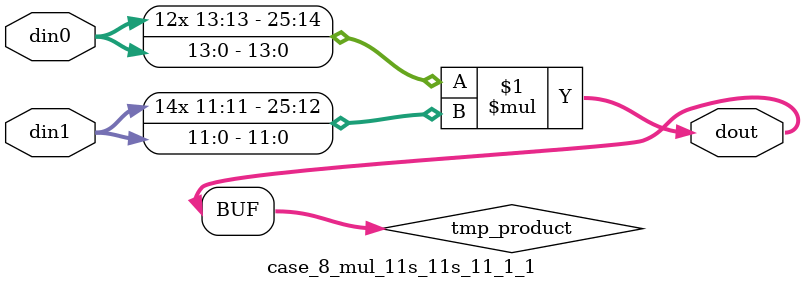
<source format=v>

`timescale 1 ns / 1 ps

 module case_8_mul_11s_11s_11_1_1(din0, din1, dout);
parameter ID = 1;
parameter NUM_STAGE = 0;
parameter din0_WIDTH = 14;
parameter din1_WIDTH = 12;
parameter dout_WIDTH = 26;

input [din0_WIDTH - 1 : 0] din0; 
input [din1_WIDTH - 1 : 0] din1; 
output [dout_WIDTH - 1 : 0] dout;

wire signed [dout_WIDTH - 1 : 0] tmp_product;



























assign tmp_product = $signed(din0) * $signed(din1);








assign dout = tmp_product;





















endmodule

</source>
